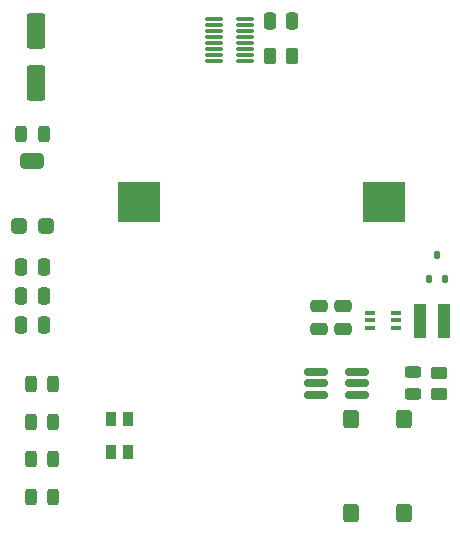
<source format=gbr>
%TF.GenerationSoftware,KiCad,Pcbnew,9.0.4*%
%TF.CreationDate,2025-09-17T11:37:43+01:00*%
%TF.ProjectId,PinCheck-4,50696e43-6865-4636-9b2d-342e6b696361,rev?*%
%TF.SameCoordinates,Original*%
%TF.FileFunction,Paste,Top*%
%TF.FilePolarity,Positive*%
%FSLAX46Y46*%
G04 Gerber Fmt 4.6, Leading zero omitted, Abs format (unit mm)*
G04 Created by KiCad (PCBNEW 9.0.4) date 2025-09-17 11:37:43*
%MOMM*%
%LPD*%
G01*
G04 APERTURE LIST*
G04 Aperture macros list*
%AMRoundRect*
0 Rectangle with rounded corners*
0 $1 Rounding radius*
0 $2 $3 $4 $5 $6 $7 $8 $9 X,Y pos of 4 corners*
0 Add a 4 corners polygon primitive as box body*
4,1,4,$2,$3,$4,$5,$6,$7,$8,$9,$2,$3,0*
0 Add four circle primitives for the rounded corners*
1,1,$1+$1,$2,$3*
1,1,$1+$1,$4,$5*
1,1,$1+$1,$6,$7*
1,1,$1+$1,$8,$9*
0 Add four rect primitives between the rounded corners*
20,1,$1+$1,$2,$3,$4,$5,0*
20,1,$1+$1,$4,$5,$6,$7,0*
20,1,$1+$1,$6,$7,$8,$9,0*
20,1,$1+$1,$8,$9,$2,$3,0*%
G04 Aperture macros list end*
%ADD10RoundRect,0.250000X-0.250000X-0.475000X0.250000X-0.475000X0.250000X0.475000X-0.250000X0.475000X0*%
%ADD11RoundRect,0.162500X-0.837500X-0.162500X0.837500X-0.162500X0.837500X0.162500X-0.837500X0.162500X0*%
%ADD12RoundRect,0.250000X-0.475000X0.250000X-0.475000X-0.250000X0.475000X-0.250000X0.475000X0.250000X0*%
%ADD13RoundRect,0.112500X-0.112500X-0.237500X0.112500X-0.237500X0.112500X0.237500X-0.112500X0.237500X0*%
%ADD14RoundRect,0.243750X-0.243750X-0.456250X0.243750X-0.456250X0.243750X0.456250X-0.243750X0.456250X0*%
%ADD15RoundRect,0.087500X-0.650000X-0.087500X0.650000X-0.087500X0.650000X0.087500X-0.650000X0.087500X0*%
%ADD16R,0.900000X1.200000*%
%ADD17RoundRect,0.250000X-0.262500X-0.450000X0.262500X-0.450000X0.262500X0.450000X-0.262500X0.450000X0*%
%ADD18RoundRect,0.250000X0.450000X-0.262500X0.450000X0.262500X-0.450000X0.262500X-0.450000X-0.262500X0*%
%ADD19R,3.650000X3.510000*%
%ADD20RoundRect,0.250000X0.475000X-0.250000X0.475000X0.250000X-0.475000X0.250000X-0.475000X-0.250000X0*%
%ADD21RoundRect,0.243750X0.456250X-0.243750X0.456250X0.243750X-0.456250X0.243750X-0.456250X-0.243750X0*%
%ADD22RoundRect,0.100000X0.350000X0.100000X-0.350000X0.100000X-0.350000X-0.100000X0.350000X-0.100000X0*%
%ADD23RoundRect,0.250000X-0.400000X0.525000X-0.400000X-0.525000X0.400000X-0.525000X0.400000X0.525000X0*%
%ADD24RoundRect,0.250000X0.550000X-1.250000X0.550000X1.250000X-0.550000X1.250000X-0.550000X-1.250000X0*%
%ADD25RoundRect,0.250000X0.400000X0.400000X-0.400000X0.400000X-0.400000X-0.400000X0.400000X-0.400000X0*%
%ADD26RoundRect,0.250000X0.750000X0.400000X-0.750000X0.400000X-0.750000X-0.400000X0.750000X-0.400000X0*%
%ADD27R,1.000000X2.900000*%
G04 APERTURE END LIST*
D10*
%TO.C,C3*%
X133790000Y-114188125D03*
X135690000Y-114188125D03*
%TD*%
%TO.C,C1*%
X133790000Y-109251875D03*
X135690000Y-109251875D03*
%TD*%
D11*
%TO.C,U1*%
X158740000Y-118150000D03*
X158740000Y-119100000D03*
X158740000Y-120050000D03*
X162160000Y-120050000D03*
X162160000Y-119100000D03*
X162160000Y-118150000D03*
%TD*%
D12*
%TO.C,C4*%
X159010000Y-112585000D03*
X159010000Y-114485000D03*
%TD*%
D13*
%TO.C,Q1*%
X168310000Y-110230000D03*
X169610000Y-110230000D03*
X168960000Y-108230000D03*
%TD*%
D10*
%TO.C,C2*%
X133790000Y-111720000D03*
X135690000Y-111720000D03*
%TD*%
D14*
%TO.C,D5*%
X134579415Y-125535834D03*
X136454415Y-125535834D03*
%TD*%
D15*
%TO.C,U5*%
X150051310Y-88270000D03*
X150051310Y-88770000D03*
X150051310Y-89270000D03*
X150051310Y-89770000D03*
X150051310Y-90270000D03*
X150051310Y-90770000D03*
X150051310Y-91270000D03*
X150051310Y-91770000D03*
X152676310Y-91770000D03*
X152676310Y-91270000D03*
X152676310Y-90770000D03*
X152676310Y-90270000D03*
X152676310Y-89770000D03*
X152676310Y-89270000D03*
X152676310Y-88770000D03*
X152676310Y-88270000D03*
%TD*%
D16*
%TO.C,D7*%
X141341915Y-124900000D03*
X141341915Y-122100000D03*
X142791915Y-122100000D03*
X142791915Y-124900000D03*
%TD*%
D17*
%TO.C,R15*%
X154831310Y-91420000D03*
X156656310Y-91420000D03*
%TD*%
D14*
%TO.C,D6*%
X134579415Y-128731667D03*
X136454415Y-128731667D03*
%TD*%
D18*
%TO.C,R1*%
X169120000Y-120032500D03*
X169120000Y-118207500D03*
%TD*%
D19*
%TO.C,BT1*%
X143756750Y-103780000D03*
X164506750Y-103780000D03*
%TD*%
D20*
%TO.C,C5*%
X161000000Y-114485000D03*
X161000000Y-112585000D03*
%TD*%
D14*
%TO.C,D4*%
X134579415Y-122340000D03*
X136454415Y-122340000D03*
%TD*%
D21*
%TO.C,D1*%
X166920000Y-120017500D03*
X166920000Y-118142500D03*
%TD*%
D14*
%TO.C,D3*%
X134579415Y-119144167D03*
X136454415Y-119144167D03*
%TD*%
D22*
%TO.C,U2*%
X165500000Y-114410000D03*
X165500000Y-113760000D03*
X165500000Y-113110000D03*
X163300000Y-113110000D03*
X163300000Y-113760000D03*
X163300000Y-114410000D03*
%TD*%
D23*
%TO.C,SW1*%
X166199921Y-122120000D03*
X166199921Y-130080000D03*
X161699921Y-122120000D03*
X161699921Y-130080000D03*
%TD*%
D10*
%TO.C,C10*%
X154813810Y-88450000D03*
X156713810Y-88450000D03*
%TD*%
D24*
%TO.C,C8*%
X135050000Y-93640000D03*
X135050000Y-89240000D03*
%TD*%
D25*
%TO.C,RV1*%
X133550000Y-105760000D03*
D26*
X134700000Y-100260000D03*
D25*
X135850000Y-105760000D03*
%TD*%
D27*
%TO.C,L1*%
X169545000Y-113810000D03*
X167515000Y-113810000D03*
%TD*%
D14*
%TO.C,D2*%
X133782500Y-97980000D03*
X135657500Y-97980000D03*
%TD*%
M02*

</source>
